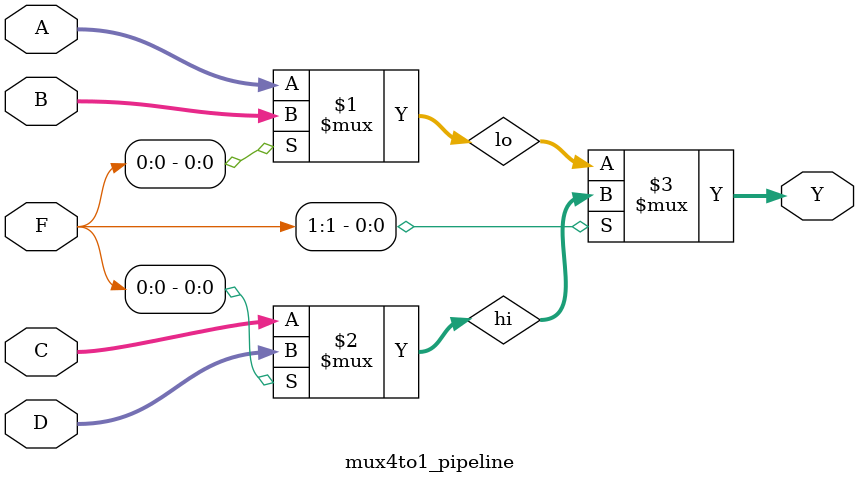
<source format=sv>
module prioritydecoder_1bit(
  input logic a,
  output logic [1:0] b);
  
  assign b = {a, ~a};
  
endmodule

//2 bit priority decoder using a 1 bit priority decoder
module prioritydecoder_2bit(
  input logic [1:0] a,
  output logic [2:0] b);
  
  logic [1:0] f,e;      //intermediate variables
  
  prioritydecoder_1bit a0_f(a[0], f);
  prioritydecoder_1bit a1_e(a[1], e);
  
  assign b[2] = e[1];
  assign b[0] = e[0] & f[0];
  assign b[1] = e[0] & f[1];
  
endmodule

//4 bit priority decoder using a 2 bit priority decoder
module prioritydecoder_4bit(
  input logic [3:0] a,
  output logic [4:0] b);
  
  logic [2:0] e, f;     //intermediate variables
  
  prioritydecoder_2bit top (a[1:0], f);
  prioritydecoder_2bit bottom (a[3:2], e);  
  
  assign b[4:3] = e[2:1];
  assign b[2:0] = f[2:0] & {3{e[0]}};
  
endmodule

module priority_decoder_Rtype(
  input logic [3:0] opcode,
  output logic Excep, OutputA, MulDiv, Shift, ALU);
  
  prioritydecoder_4bit full (opcode[3:0], {ALU, Shift, MulDiv, OutputA, Excep});    //send bits [3:0] to the 4 bit priority decoder
  
endmodule

module priority_decoder(
  input logic [4:0] opcode,
  output logic Ji, B1, B2, Ii, Mi, Ri);
  
  logic [4:0] f;
  logic [1:0] e;
  
  prioritydecoder_4bit top4 (opcode[3:0], f);
  prioritydecoder_1bit bottom1 (opcode[4], e);
  
  assign Ri = e[1];
  assign {Mi, Ii, B2, B1, Ji} = f[4:0] & {5{e[0]}};

endmodule

module tristate_active_hi (
	input logic [31:0] a,
	input logic en,
	output tri [31:0] y);
	
	assign y = en? a : 4'bz;

endmodule

module mux4to1_pipeline #(parameter W = 3) (
  input logic [W-1:0] A,B,C,D, input logic [1:0] F,
  output logic [W-1:0] Y);
  
  // temp variable
  logic [W-1:0] lo, hi;
  
  assign lo = F[0] ? {B}:{A};
  assign hi = F[0] ? {D}:{C};
  assign Y = F[1] ? {hi}:{lo};
  
endmodule

</source>
